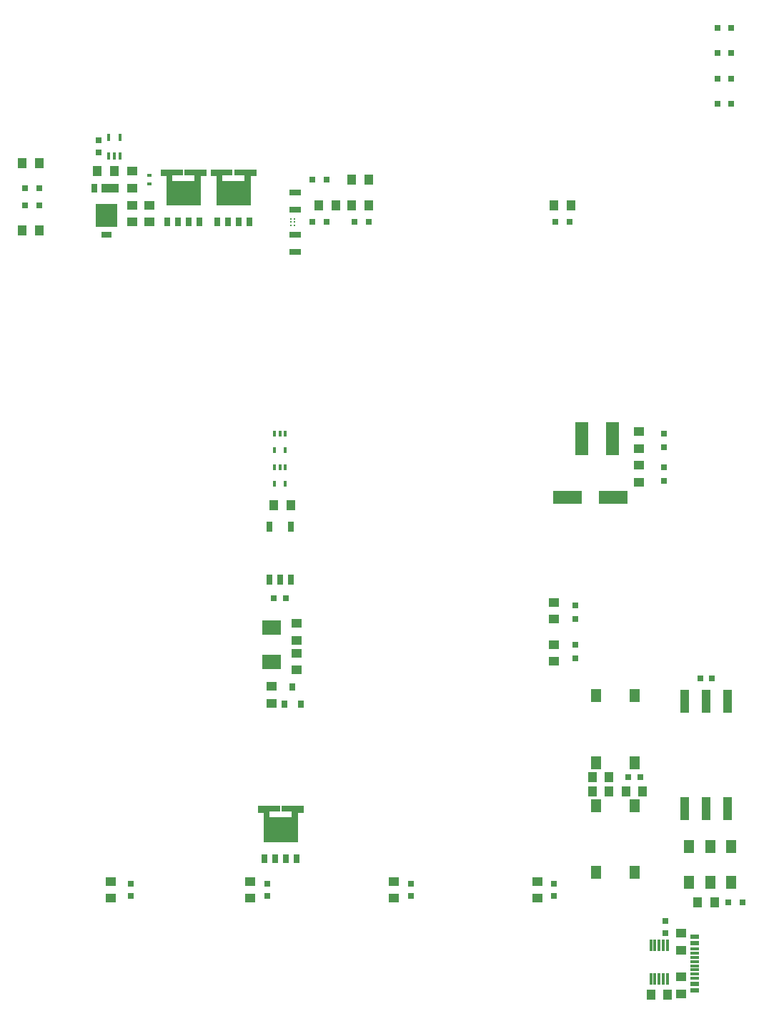
<source format=gbr>
%TF.GenerationSoftware,KiCad,Pcbnew,7.0.1*%
%TF.CreationDate,2023-03-31T00:04:02+09:00*%
%TF.ProjectId,(Eagle)PowerUnit-Bseries(ver2.0),28456167-6c65-4295-906f-776572556e69,rev?*%
%TF.SameCoordinates,Original*%
%TF.FileFunction,Paste,Top*%
%TF.FilePolarity,Positive*%
%FSLAX46Y46*%
G04 Gerber Fmt 4.6, Leading zero omitted, Abs format (unit mm)*
G04 Created by KiCad (PCBNEW 7.0.1) date 2023-03-31 00:04:02*
%MOMM*%
%LPD*%
G01*
G04 APERTURE LIST*
G04 Aperture macros list*
%AMRoundRect*
0 Rectangle with rounded corners*
0 $1 Rounding radius*
0 $2 $3 $4 $5 $6 $7 $8 $9 X,Y pos of 4 corners*
0 Add a 4 corners polygon primitive as box body*
4,1,4,$2,$3,$4,$5,$6,$7,$8,$9,$2,$3,0*
0 Add four circle primitives for the rounded corners*
1,1,$1+$1,$2,$3*
1,1,$1+$1,$4,$5*
1,1,$1+$1,$6,$7*
1,1,$1+$1,$8,$9*
0 Add four rect primitives between the rounded corners*
20,1,$1+$1,$2,$3,$4,$5,0*
20,1,$1+$1,$4,$5,$6,$7,0*
20,1,$1+$1,$6,$7,$8,$9,0*
20,1,$1+$1,$8,$9,$2,$3,0*%
G04 Aperture macros list end*
%ADD10R,1.200000X1.000000*%
%ADD11R,0.400000X0.800000*%
%ADD12R,0.800000X0.800000*%
%ADD13R,3.500000X1.600000*%
%ADD14R,1.270000X0.762000*%
%ADD15R,2.540000X2.670000*%
%ADD16R,1.000000X1.200000*%
%ADD17R,0.800000X0.700000*%
%ADD18R,0.300000X1.350000*%
%ADD19R,1.500000X4.000000*%
%ADD20R,0.800000X1.200000*%
%ADD21R,0.680000X1.100000*%
%ADD22RoundRect,0.098600X-0.241400X-0.451400X0.241400X-0.451400X0.241400X0.451400X-0.241400X0.451400X0*%
%ADD23R,0.450000X0.950000*%
%ADD24R,1.100000X0.300000*%
%ADD25R,1.100000X0.600000*%
%ADD26R,1.300000X1.550000*%
%ADD27R,1.400000X0.800000*%
%ADD28R,0.800000X1.100000*%
%ADD29R,2.000000X1.100000*%
%ADD30RoundRect,0.115000X0.000000X0.000000X0.000000X0.000000X0.000000X0.000000X0.000000X0.000000X0*%
%ADD31R,0.800000X0.900000*%
%ADD32R,1.000000X2.700000*%
%ADD33R,0.700000X0.800000*%
%ADD34R,2.160000X1.780000*%
%ADD35R,0.500000X0.450000*%
%ADD36R,1.300000X1.500000*%
%ADD37R,1.200000X1.500000*%
G04 APERTURE END LIST*
%TO.C,Q10*%
G36*
X144501100Y-140273600D02*
G01*
X143301100Y-140273600D01*
X143301100Y-140933600D01*
X145901100Y-140933600D01*
X145901100Y-140273600D01*
X144701100Y-140273600D01*
X144701100Y-139563600D01*
X147301100Y-139563600D01*
X147301100Y-140373600D01*
X146631100Y-140373600D01*
X146631100Y-143853600D01*
X142571100Y-143853600D01*
X142571100Y-140373600D01*
X141901100Y-140373600D01*
X141901100Y-139563600D01*
X144501100Y-139563600D01*
X144501100Y-140273600D01*
G37*
%TO.C,Q1*%
G36*
X138901100Y-64973600D02*
G01*
X137701100Y-64973600D01*
X137701100Y-65633600D01*
X140301100Y-65633600D01*
X140301100Y-64973600D01*
X139101100Y-64973600D01*
X139101100Y-64263600D01*
X141701100Y-64263600D01*
X141701100Y-65073600D01*
X141031100Y-65073600D01*
X141031100Y-68553600D01*
X136971100Y-68553600D01*
X136971100Y-65073600D01*
X136301100Y-65073600D01*
X136301100Y-64263600D01*
X138901100Y-64263600D01*
X138901100Y-64973600D01*
G37*
%TO.C,Q6*%
G36*
X132981100Y-64973600D02*
G01*
X131781100Y-64973600D01*
X131781100Y-65633600D01*
X134381100Y-65633600D01*
X134381100Y-64973600D01*
X133181100Y-64973600D01*
X133181100Y-64263600D01*
X135781100Y-64263600D01*
X135781100Y-65073600D01*
X135111100Y-65073600D01*
X135111100Y-68553600D01*
X131051100Y-68553600D01*
X131051100Y-65073600D01*
X130381100Y-65073600D01*
X130381100Y-64263600D01*
X132981100Y-64263600D01*
X132981100Y-64973600D01*
G37*
%TD*%
D10*
%TO.C,R88*%
X187001100Y-101303600D03*
X187001100Y-99303600D03*
%TD*%
D11*
%TO.C,U19*%
X143851100Y-99553600D03*
X144501100Y-99553600D03*
X145151100Y-99553600D03*
X143851100Y-101453600D03*
X145151100Y-101453600D03*
%TD*%
D10*
%TO.C,R108*%
X175001100Y-150503600D03*
X175001100Y-148503600D03*
%TD*%
D12*
%TO.C,ALIVE*%
X196351100Y-47503600D03*
X198001100Y-47503600D03*
%TD*%
D13*
%TO.C,C7*%
X178601100Y-103103600D03*
X184001100Y-103103600D03*
%TD*%
D12*
%TO.C,LED3*%
X114351100Y-66503600D03*
X116001100Y-66503600D03*
%TD*%
D14*
%TO.C,SB5*%
X124001100Y-72029100D03*
D15*
X124001100Y-69678100D03*
%TD*%
D16*
%TO.C,R85*%
X155001100Y-65503600D03*
X153001100Y-65503600D03*
%TD*%
%TO.C,R47*%
X185501100Y-137853600D03*
X187501100Y-137853600D03*
%TD*%
D17*
%TO.C,C43*%
X126801100Y-148803600D03*
X126801100Y-150203600D03*
%TD*%
D16*
%TO.C,R84*%
X190441100Y-161903600D03*
X188441100Y-161903600D03*
%TD*%
D18*
%TO.C,U3*%
X188441100Y-156068600D03*
X190441100Y-160018600D03*
X189441100Y-160018600D03*
X189941100Y-160018600D03*
X188941100Y-156068600D03*
X190441100Y-156068600D03*
X189441100Y-156068600D03*
X188441100Y-160018600D03*
X188941100Y-160018600D03*
X189941100Y-156068600D03*
%TD*%
D10*
%TO.C,R82*%
X129001100Y-70503600D03*
X129001100Y-68503600D03*
%TD*%
D19*
%TO.C,L1*%
X183901100Y-96103600D03*
X180301100Y-96103600D03*
%TD*%
D20*
%TO.C,TLP3*%
X145771100Y-106503600D03*
X143231100Y-106503600D03*
X143231100Y-112803600D03*
X145771100Y-112803600D03*
X144501100Y-112803600D03*
%TD*%
D17*
%TO.C,C72*%
X123001100Y-60853600D03*
X123001100Y-62253600D03*
%TD*%
D21*
%TO.C,Q10*%
X144601100Y-142533600D03*
D22*
X146506100Y-145793600D03*
X142696100Y-145793600D03*
X143966100Y-145793600D03*
X145236100Y-145793600D03*
%TD*%
D23*
%TO.C,U27*%
X125551100Y-62653600D03*
X125551100Y-60453600D03*
X124251100Y-62653600D03*
X124251100Y-60453600D03*
X124901100Y-62653600D03*
%TD*%
D16*
%TO.C,R45*%
X183501100Y-137853600D03*
X181501100Y-137853600D03*
%TD*%
D17*
%TO.C,C3*%
X190191100Y-153233600D03*
X190191100Y-154633600D03*
%TD*%
D24*
%TO.C,USB1*%
X193611100Y-159493600D03*
X193611100Y-156493600D03*
X193611100Y-157993600D03*
X193611100Y-158993600D03*
X193611100Y-158493600D03*
X193611100Y-157493600D03*
D25*
X193611100Y-161443600D03*
X193611100Y-155043600D03*
D24*
X193611100Y-156993600D03*
X193611100Y-159993600D03*
D25*
X193611100Y-160643600D03*
X193611100Y-155843600D03*
%TD*%
D12*
%TO.C,OTP*%
X148351100Y-65503600D03*
X150001100Y-65503600D03*
%TD*%
D16*
%TO.C,R79*%
X177001100Y-68503600D03*
X179001100Y-68503600D03*
%TD*%
D12*
%TO.C,SUPPLY*%
X148351100Y-70503600D03*
X150001100Y-70503600D03*
%TD*%
D16*
%TO.C,R2*%
X153001100Y-68503600D03*
X155001100Y-68503600D03*
%TD*%
D26*
%TO.C,B2*%
X186491100Y-126528600D03*
X186491100Y-134478600D03*
X181991100Y-126528600D03*
X181991100Y-134478600D03*
%TD*%
D27*
%TO.C,C66*%
X146301100Y-72003600D03*
X146301100Y-74003600D03*
%TD*%
D28*
%TO.C,SB8*%
X122501100Y-66503600D03*
D29*
X124401100Y-66503600D03*
%TD*%
D12*
%TO.C,GO*%
X114351100Y-68503600D03*
X116001100Y-68503600D03*
%TD*%
%TO.C,+5V*%
X190001100Y-97153600D03*
X190001100Y-95503600D03*
%TD*%
D10*
%TO.C,R80*%
X127001100Y-70503600D03*
X127001100Y-68503600D03*
%TD*%
%TO.C,R32*%
X146501100Y-123503600D03*
X146501100Y-121503600D03*
%TD*%
D16*
%TO.C,R113*%
X116001100Y-63503600D03*
X114001100Y-63503600D03*
%TD*%
D12*
%TO.C,LED11*%
X179501100Y-115853600D03*
X179501100Y-117503600D03*
%TD*%
D30*
%TO.C,U14*%
X146201100Y-70503600D03*
X146201100Y-70903600D03*
X145801100Y-70103600D03*
X145801100Y-70503600D03*
X146201100Y-70103600D03*
X145801100Y-70903600D03*
%TD*%
D16*
%TO.C,R116*%
X116001100Y-71503600D03*
X114001100Y-71503600D03*
%TD*%
D12*
%TO.C,LED1*%
X153351100Y-70503600D03*
X155001100Y-70503600D03*
%TD*%
D16*
%TO.C,R5*%
X149101100Y-68503600D03*
X151101100Y-68503600D03*
%TD*%
D17*
%TO.C,C46*%
X143001100Y-148803600D03*
X143001100Y-150203600D03*
%TD*%
D10*
%TO.C,R9*%
X192001100Y-161803600D03*
X192001100Y-159803600D03*
%TD*%
D31*
%TO.C,ZD5*%
X145051100Y-127503600D03*
X146001100Y-125503600D03*
X146951100Y-127503600D03*
%TD*%
D12*
%TO.C,COM*%
X196351100Y-50503600D03*
X198001100Y-50503600D03*
%TD*%
%TO.C,DISABLE*%
X196351100Y-56503600D03*
X198001100Y-56503600D03*
%TD*%
D10*
%TO.C,R87*%
X177001100Y-122503600D03*
X177001100Y-120503600D03*
%TD*%
D12*
%TO.C,BATTERY*%
X177151100Y-70503600D03*
X178801100Y-70503600D03*
%TD*%
%TO.C,DEBUG*%
X196351100Y-53503600D03*
X198001100Y-53503600D03*
%TD*%
D10*
%TO.C,R57*%
X124501100Y-150503600D03*
X124501100Y-148503600D03*
%TD*%
%TO.C,R103*%
X158001100Y-150503600D03*
X158001100Y-148503600D03*
%TD*%
D32*
%TO.C,SW2*%
X192461100Y-139873600D03*
X197541100Y-127173600D03*
X197541100Y-139873600D03*
X192461100Y-127173600D03*
X195001100Y-139873600D03*
X195001100Y-127173600D03*
%TD*%
D17*
%TO.C,C60*%
X160001100Y-148803600D03*
X160001100Y-150203600D03*
%TD*%
D10*
%TO.C,R86*%
X177001100Y-115503600D03*
X177001100Y-117503600D03*
%TD*%
%TO.C,R119*%
X143551100Y-127453600D03*
X143551100Y-125453600D03*
%TD*%
D33*
%TO.C,C35*%
X185801100Y-136203600D03*
X187201100Y-136203600D03*
%TD*%
D34*
%TO.C,D4*%
X143501100Y-122528600D03*
X143501100Y-118478600D03*
%TD*%
D10*
%TO.C,R8*%
X192051100Y-154653600D03*
X192051100Y-156653600D03*
%TD*%
D21*
%TO.C,Q1*%
X139001100Y-67233600D03*
D22*
X140906100Y-70493600D03*
X137096100Y-70493600D03*
X138366100Y-70493600D03*
X139636100Y-70493600D03*
%TD*%
D16*
%TO.C,R83*%
X124901100Y-64453600D03*
X122901100Y-64453600D03*
%TD*%
D10*
%TO.C,R98*%
X141001100Y-150503600D03*
X141001100Y-148503600D03*
%TD*%
D16*
%TO.C,R46*%
X181501100Y-136203600D03*
X183501100Y-136203600D03*
%TD*%
D10*
%TO.C,R89*%
X187001100Y-97303600D03*
X187001100Y-95303600D03*
%TD*%
D33*
%TO.C,C15*%
X195701100Y-124503600D03*
X194301100Y-124503600D03*
%TD*%
D12*
%TO.C,TXD*%
X197641100Y-151003600D03*
X199291100Y-151003600D03*
%TD*%
D27*
%TO.C,C2*%
X146301100Y-69003600D03*
X146301100Y-67003600D03*
%TD*%
D10*
%TO.C,R6*%
X146501100Y-118003600D03*
X146501100Y-120003600D03*
%TD*%
D21*
%TO.C,Q6*%
X133081100Y-67233600D03*
D22*
X134986100Y-70493600D03*
X131176100Y-70493600D03*
X132446100Y-70493600D03*
X133716100Y-70493600D03*
%TD*%
D16*
%TO.C,R10*%
X196001100Y-151003600D03*
X194001100Y-151003600D03*
%TD*%
D35*
%TO.C,NTC1*%
X129001100Y-64978600D03*
X129001100Y-66028600D03*
%TD*%
D10*
%TO.C,R81*%
X127001100Y-66503600D03*
X127001100Y-64503600D03*
%TD*%
D16*
%TO.C,R122*%
X143801100Y-104003600D03*
X145801100Y-104003600D03*
%TD*%
D36*
%TO.C,B1*%
X186491100Y-139553600D03*
X186491100Y-147453600D03*
X181991100Y-139553600D03*
X181991100Y-147453600D03*
%TD*%
D12*
%TO.C,+3V3*%
X190001100Y-101153600D03*
X190001100Y-99503600D03*
%TD*%
D33*
%TO.C,C70*%
X145201100Y-115003600D03*
X143801100Y-115003600D03*
%TD*%
D17*
%TO.C,C64*%
X177001100Y-148803600D03*
X177001100Y-150203600D03*
%TD*%
D12*
%TO.C,U5V*%
X179501100Y-122153600D03*
X179501100Y-120503600D03*
%TD*%
D11*
%TO.C,U16*%
X143851100Y-95553600D03*
X144501100Y-95553600D03*
X145151100Y-95553600D03*
X143851100Y-97453600D03*
X145151100Y-97453600D03*
%TD*%
D37*
%TO.C,SW3*%
X193001100Y-144353600D03*
X193001100Y-148653600D03*
X195501100Y-144353600D03*
X195501100Y-148653600D03*
X198001100Y-144353600D03*
X198001100Y-148653600D03*
%TD*%
M02*

</source>
